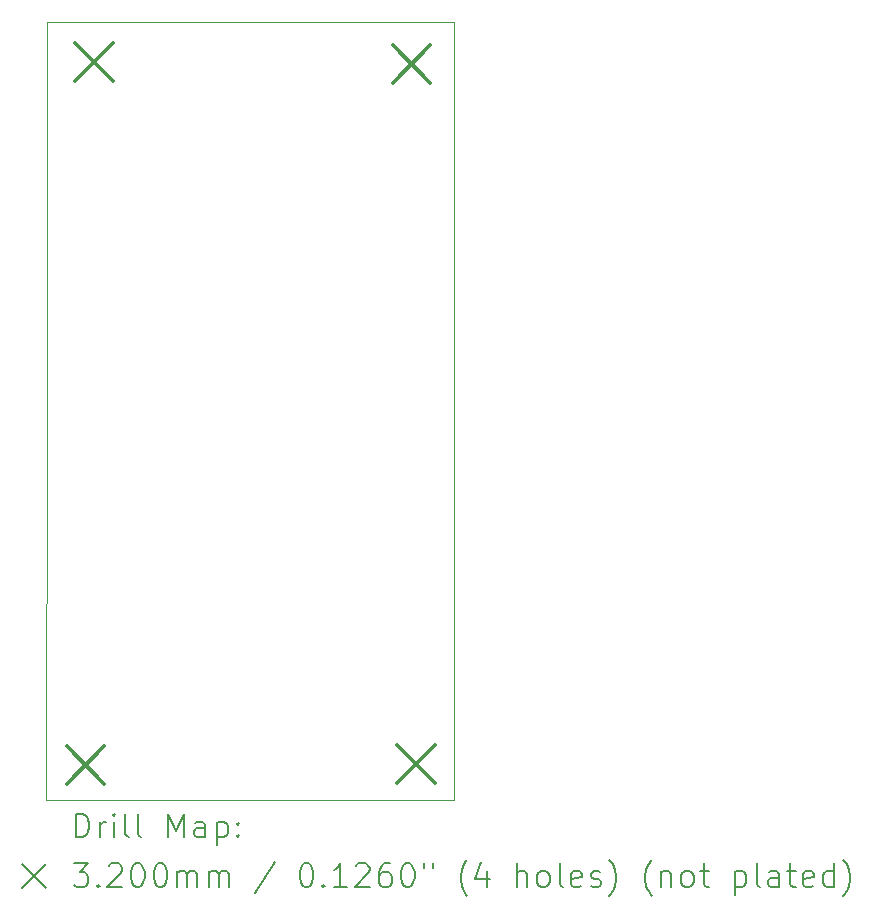
<source format=gbr>
%TF.GenerationSoftware,KiCad,Pcbnew,(6.0.9)*%
%TF.CreationDate,2022-11-23T00:56:36+01:00*%
%TF.ProjectId,Testapparaat_io,54657374-6170-4706-9172-6161745f696f,rev?*%
%TF.SameCoordinates,Original*%
%TF.FileFunction,Drillmap*%
%TF.FilePolarity,Positive*%
%FSLAX45Y45*%
G04 Gerber Fmt 4.5, Leading zero omitted, Abs format (unit mm)*
G04 Created by KiCad (PCBNEW (6.0.9)) date 2022-11-23 00:56:36*
%MOMM*%
%LPD*%
G01*
G04 APERTURE LIST*
%ADD10C,0.100000*%
%ADD11C,0.200000*%
%ADD12C,0.320000*%
G04 APERTURE END LIST*
D10*
X15550000Y-3070000D02*
X12100000Y-3070000D01*
X12100000Y-6350000D02*
X12095000Y-9655000D01*
X12095000Y-9655000D02*
X15545000Y-9655000D01*
X15545000Y-9655000D02*
X15550000Y-3070000D01*
X12100000Y-3070000D02*
X12100000Y-6350000D01*
D11*
D12*
X12267500Y-9197500D02*
X12587500Y-9517500D01*
X12587500Y-9197500D02*
X12267500Y-9517500D01*
X12340000Y-3248000D02*
X12660000Y-3568000D01*
X12660000Y-3248000D02*
X12340000Y-3568000D01*
X15027500Y-3260000D02*
X15347500Y-3580000D01*
X15347500Y-3260000D02*
X15027500Y-3580000D01*
X15065000Y-9190000D02*
X15385000Y-9510000D01*
X15385000Y-9190000D02*
X15065000Y-9510000D01*
D11*
X12347619Y-9970476D02*
X12347619Y-9770476D01*
X12395238Y-9770476D01*
X12423809Y-9780000D01*
X12442857Y-9799048D01*
X12452381Y-9818095D01*
X12461905Y-9856190D01*
X12461905Y-9884762D01*
X12452381Y-9922857D01*
X12442857Y-9941905D01*
X12423809Y-9960952D01*
X12395238Y-9970476D01*
X12347619Y-9970476D01*
X12547619Y-9970476D02*
X12547619Y-9837143D01*
X12547619Y-9875238D02*
X12557143Y-9856190D01*
X12566667Y-9846667D01*
X12585714Y-9837143D01*
X12604762Y-9837143D01*
X12671428Y-9970476D02*
X12671428Y-9837143D01*
X12671428Y-9770476D02*
X12661905Y-9780000D01*
X12671428Y-9789524D01*
X12680952Y-9780000D01*
X12671428Y-9770476D01*
X12671428Y-9789524D01*
X12795238Y-9970476D02*
X12776190Y-9960952D01*
X12766667Y-9941905D01*
X12766667Y-9770476D01*
X12900000Y-9970476D02*
X12880952Y-9960952D01*
X12871428Y-9941905D01*
X12871428Y-9770476D01*
X13128571Y-9970476D02*
X13128571Y-9770476D01*
X13195238Y-9913333D01*
X13261905Y-9770476D01*
X13261905Y-9970476D01*
X13442857Y-9970476D02*
X13442857Y-9865714D01*
X13433333Y-9846667D01*
X13414286Y-9837143D01*
X13376190Y-9837143D01*
X13357143Y-9846667D01*
X13442857Y-9960952D02*
X13423809Y-9970476D01*
X13376190Y-9970476D01*
X13357143Y-9960952D01*
X13347619Y-9941905D01*
X13347619Y-9922857D01*
X13357143Y-9903810D01*
X13376190Y-9894286D01*
X13423809Y-9894286D01*
X13442857Y-9884762D01*
X13538095Y-9837143D02*
X13538095Y-10037143D01*
X13538095Y-9846667D02*
X13557143Y-9837143D01*
X13595238Y-9837143D01*
X13614286Y-9846667D01*
X13623809Y-9856190D01*
X13633333Y-9875238D01*
X13633333Y-9932381D01*
X13623809Y-9951429D01*
X13614286Y-9960952D01*
X13595238Y-9970476D01*
X13557143Y-9970476D01*
X13538095Y-9960952D01*
X13719048Y-9951429D02*
X13728571Y-9960952D01*
X13719048Y-9970476D01*
X13709524Y-9960952D01*
X13719048Y-9951429D01*
X13719048Y-9970476D01*
X13719048Y-9846667D02*
X13728571Y-9856190D01*
X13719048Y-9865714D01*
X13709524Y-9856190D01*
X13719048Y-9846667D01*
X13719048Y-9865714D01*
X11890000Y-10200000D02*
X12090000Y-10400000D01*
X12090000Y-10200000D02*
X11890000Y-10400000D01*
X12328571Y-10190476D02*
X12452381Y-10190476D01*
X12385714Y-10266667D01*
X12414286Y-10266667D01*
X12433333Y-10276190D01*
X12442857Y-10285714D01*
X12452381Y-10304762D01*
X12452381Y-10352381D01*
X12442857Y-10371429D01*
X12433333Y-10380952D01*
X12414286Y-10390476D01*
X12357143Y-10390476D01*
X12338095Y-10380952D01*
X12328571Y-10371429D01*
X12538095Y-10371429D02*
X12547619Y-10380952D01*
X12538095Y-10390476D01*
X12528571Y-10380952D01*
X12538095Y-10371429D01*
X12538095Y-10390476D01*
X12623809Y-10209524D02*
X12633333Y-10200000D01*
X12652381Y-10190476D01*
X12700000Y-10190476D01*
X12719048Y-10200000D01*
X12728571Y-10209524D01*
X12738095Y-10228571D01*
X12738095Y-10247619D01*
X12728571Y-10276190D01*
X12614286Y-10390476D01*
X12738095Y-10390476D01*
X12861905Y-10190476D02*
X12880952Y-10190476D01*
X12900000Y-10200000D01*
X12909524Y-10209524D01*
X12919048Y-10228571D01*
X12928571Y-10266667D01*
X12928571Y-10314286D01*
X12919048Y-10352381D01*
X12909524Y-10371429D01*
X12900000Y-10380952D01*
X12880952Y-10390476D01*
X12861905Y-10390476D01*
X12842857Y-10380952D01*
X12833333Y-10371429D01*
X12823809Y-10352381D01*
X12814286Y-10314286D01*
X12814286Y-10266667D01*
X12823809Y-10228571D01*
X12833333Y-10209524D01*
X12842857Y-10200000D01*
X12861905Y-10190476D01*
X13052381Y-10190476D02*
X13071428Y-10190476D01*
X13090476Y-10200000D01*
X13100000Y-10209524D01*
X13109524Y-10228571D01*
X13119048Y-10266667D01*
X13119048Y-10314286D01*
X13109524Y-10352381D01*
X13100000Y-10371429D01*
X13090476Y-10380952D01*
X13071428Y-10390476D01*
X13052381Y-10390476D01*
X13033333Y-10380952D01*
X13023809Y-10371429D01*
X13014286Y-10352381D01*
X13004762Y-10314286D01*
X13004762Y-10266667D01*
X13014286Y-10228571D01*
X13023809Y-10209524D01*
X13033333Y-10200000D01*
X13052381Y-10190476D01*
X13204762Y-10390476D02*
X13204762Y-10257143D01*
X13204762Y-10276190D02*
X13214286Y-10266667D01*
X13233333Y-10257143D01*
X13261905Y-10257143D01*
X13280952Y-10266667D01*
X13290476Y-10285714D01*
X13290476Y-10390476D01*
X13290476Y-10285714D02*
X13300000Y-10266667D01*
X13319048Y-10257143D01*
X13347619Y-10257143D01*
X13366667Y-10266667D01*
X13376190Y-10285714D01*
X13376190Y-10390476D01*
X13471428Y-10390476D02*
X13471428Y-10257143D01*
X13471428Y-10276190D02*
X13480952Y-10266667D01*
X13500000Y-10257143D01*
X13528571Y-10257143D01*
X13547619Y-10266667D01*
X13557143Y-10285714D01*
X13557143Y-10390476D01*
X13557143Y-10285714D02*
X13566667Y-10266667D01*
X13585714Y-10257143D01*
X13614286Y-10257143D01*
X13633333Y-10266667D01*
X13642857Y-10285714D01*
X13642857Y-10390476D01*
X14033333Y-10180952D02*
X13861905Y-10438095D01*
X14290476Y-10190476D02*
X14309524Y-10190476D01*
X14328571Y-10200000D01*
X14338095Y-10209524D01*
X14347619Y-10228571D01*
X14357143Y-10266667D01*
X14357143Y-10314286D01*
X14347619Y-10352381D01*
X14338095Y-10371429D01*
X14328571Y-10380952D01*
X14309524Y-10390476D01*
X14290476Y-10390476D01*
X14271428Y-10380952D01*
X14261905Y-10371429D01*
X14252381Y-10352381D01*
X14242857Y-10314286D01*
X14242857Y-10266667D01*
X14252381Y-10228571D01*
X14261905Y-10209524D01*
X14271428Y-10200000D01*
X14290476Y-10190476D01*
X14442857Y-10371429D02*
X14452381Y-10380952D01*
X14442857Y-10390476D01*
X14433333Y-10380952D01*
X14442857Y-10371429D01*
X14442857Y-10390476D01*
X14642857Y-10390476D02*
X14528571Y-10390476D01*
X14585714Y-10390476D02*
X14585714Y-10190476D01*
X14566667Y-10219048D01*
X14547619Y-10238095D01*
X14528571Y-10247619D01*
X14719048Y-10209524D02*
X14728571Y-10200000D01*
X14747619Y-10190476D01*
X14795238Y-10190476D01*
X14814286Y-10200000D01*
X14823809Y-10209524D01*
X14833333Y-10228571D01*
X14833333Y-10247619D01*
X14823809Y-10276190D01*
X14709524Y-10390476D01*
X14833333Y-10390476D01*
X15004762Y-10190476D02*
X14966667Y-10190476D01*
X14947619Y-10200000D01*
X14938095Y-10209524D01*
X14919048Y-10238095D01*
X14909524Y-10276190D01*
X14909524Y-10352381D01*
X14919048Y-10371429D01*
X14928571Y-10380952D01*
X14947619Y-10390476D01*
X14985714Y-10390476D01*
X15004762Y-10380952D01*
X15014286Y-10371429D01*
X15023809Y-10352381D01*
X15023809Y-10304762D01*
X15014286Y-10285714D01*
X15004762Y-10276190D01*
X14985714Y-10266667D01*
X14947619Y-10266667D01*
X14928571Y-10276190D01*
X14919048Y-10285714D01*
X14909524Y-10304762D01*
X15147619Y-10190476D02*
X15166667Y-10190476D01*
X15185714Y-10200000D01*
X15195238Y-10209524D01*
X15204762Y-10228571D01*
X15214286Y-10266667D01*
X15214286Y-10314286D01*
X15204762Y-10352381D01*
X15195238Y-10371429D01*
X15185714Y-10380952D01*
X15166667Y-10390476D01*
X15147619Y-10390476D01*
X15128571Y-10380952D01*
X15119048Y-10371429D01*
X15109524Y-10352381D01*
X15100000Y-10314286D01*
X15100000Y-10266667D01*
X15109524Y-10228571D01*
X15119048Y-10209524D01*
X15128571Y-10200000D01*
X15147619Y-10190476D01*
X15290476Y-10190476D02*
X15290476Y-10228571D01*
X15366667Y-10190476D02*
X15366667Y-10228571D01*
X15661905Y-10466667D02*
X15652381Y-10457143D01*
X15633333Y-10428571D01*
X15623809Y-10409524D01*
X15614286Y-10380952D01*
X15604762Y-10333333D01*
X15604762Y-10295238D01*
X15614286Y-10247619D01*
X15623809Y-10219048D01*
X15633333Y-10200000D01*
X15652381Y-10171429D01*
X15661905Y-10161905D01*
X15823809Y-10257143D02*
X15823809Y-10390476D01*
X15776190Y-10180952D02*
X15728571Y-10323810D01*
X15852381Y-10323810D01*
X16080952Y-10390476D02*
X16080952Y-10190476D01*
X16166667Y-10390476D02*
X16166667Y-10285714D01*
X16157143Y-10266667D01*
X16138095Y-10257143D01*
X16109524Y-10257143D01*
X16090476Y-10266667D01*
X16080952Y-10276190D01*
X16290476Y-10390476D02*
X16271428Y-10380952D01*
X16261905Y-10371429D01*
X16252381Y-10352381D01*
X16252381Y-10295238D01*
X16261905Y-10276190D01*
X16271428Y-10266667D01*
X16290476Y-10257143D01*
X16319048Y-10257143D01*
X16338095Y-10266667D01*
X16347619Y-10276190D01*
X16357143Y-10295238D01*
X16357143Y-10352381D01*
X16347619Y-10371429D01*
X16338095Y-10380952D01*
X16319048Y-10390476D01*
X16290476Y-10390476D01*
X16471428Y-10390476D02*
X16452381Y-10380952D01*
X16442857Y-10361905D01*
X16442857Y-10190476D01*
X16623809Y-10380952D02*
X16604762Y-10390476D01*
X16566667Y-10390476D01*
X16547619Y-10380952D01*
X16538095Y-10361905D01*
X16538095Y-10285714D01*
X16547619Y-10266667D01*
X16566667Y-10257143D01*
X16604762Y-10257143D01*
X16623809Y-10266667D01*
X16633333Y-10285714D01*
X16633333Y-10304762D01*
X16538095Y-10323810D01*
X16709524Y-10380952D02*
X16728571Y-10390476D01*
X16766667Y-10390476D01*
X16785714Y-10380952D01*
X16795238Y-10361905D01*
X16795238Y-10352381D01*
X16785714Y-10333333D01*
X16766667Y-10323810D01*
X16738095Y-10323810D01*
X16719048Y-10314286D01*
X16709524Y-10295238D01*
X16709524Y-10285714D01*
X16719048Y-10266667D01*
X16738095Y-10257143D01*
X16766667Y-10257143D01*
X16785714Y-10266667D01*
X16861905Y-10466667D02*
X16871429Y-10457143D01*
X16890476Y-10428571D01*
X16900000Y-10409524D01*
X16909524Y-10380952D01*
X16919048Y-10333333D01*
X16919048Y-10295238D01*
X16909524Y-10247619D01*
X16900000Y-10219048D01*
X16890476Y-10200000D01*
X16871429Y-10171429D01*
X16861905Y-10161905D01*
X17223810Y-10466667D02*
X17214286Y-10457143D01*
X17195238Y-10428571D01*
X17185714Y-10409524D01*
X17176190Y-10380952D01*
X17166667Y-10333333D01*
X17166667Y-10295238D01*
X17176190Y-10247619D01*
X17185714Y-10219048D01*
X17195238Y-10200000D01*
X17214286Y-10171429D01*
X17223810Y-10161905D01*
X17300000Y-10257143D02*
X17300000Y-10390476D01*
X17300000Y-10276190D02*
X17309524Y-10266667D01*
X17328571Y-10257143D01*
X17357143Y-10257143D01*
X17376190Y-10266667D01*
X17385714Y-10285714D01*
X17385714Y-10390476D01*
X17509524Y-10390476D02*
X17490476Y-10380952D01*
X17480952Y-10371429D01*
X17471429Y-10352381D01*
X17471429Y-10295238D01*
X17480952Y-10276190D01*
X17490476Y-10266667D01*
X17509524Y-10257143D01*
X17538095Y-10257143D01*
X17557143Y-10266667D01*
X17566667Y-10276190D01*
X17576190Y-10295238D01*
X17576190Y-10352381D01*
X17566667Y-10371429D01*
X17557143Y-10380952D01*
X17538095Y-10390476D01*
X17509524Y-10390476D01*
X17633333Y-10257143D02*
X17709524Y-10257143D01*
X17661905Y-10190476D02*
X17661905Y-10361905D01*
X17671429Y-10380952D01*
X17690476Y-10390476D01*
X17709524Y-10390476D01*
X17928571Y-10257143D02*
X17928571Y-10457143D01*
X17928571Y-10266667D02*
X17947619Y-10257143D01*
X17985714Y-10257143D01*
X18004762Y-10266667D01*
X18014286Y-10276190D01*
X18023810Y-10295238D01*
X18023810Y-10352381D01*
X18014286Y-10371429D01*
X18004762Y-10380952D01*
X17985714Y-10390476D01*
X17947619Y-10390476D01*
X17928571Y-10380952D01*
X18138095Y-10390476D02*
X18119048Y-10380952D01*
X18109524Y-10361905D01*
X18109524Y-10190476D01*
X18300000Y-10390476D02*
X18300000Y-10285714D01*
X18290476Y-10266667D01*
X18271429Y-10257143D01*
X18233333Y-10257143D01*
X18214286Y-10266667D01*
X18300000Y-10380952D02*
X18280952Y-10390476D01*
X18233333Y-10390476D01*
X18214286Y-10380952D01*
X18204762Y-10361905D01*
X18204762Y-10342857D01*
X18214286Y-10323810D01*
X18233333Y-10314286D01*
X18280952Y-10314286D01*
X18300000Y-10304762D01*
X18366667Y-10257143D02*
X18442857Y-10257143D01*
X18395238Y-10190476D02*
X18395238Y-10361905D01*
X18404762Y-10380952D01*
X18423810Y-10390476D01*
X18442857Y-10390476D01*
X18585714Y-10380952D02*
X18566667Y-10390476D01*
X18528571Y-10390476D01*
X18509524Y-10380952D01*
X18500000Y-10361905D01*
X18500000Y-10285714D01*
X18509524Y-10266667D01*
X18528571Y-10257143D01*
X18566667Y-10257143D01*
X18585714Y-10266667D01*
X18595238Y-10285714D01*
X18595238Y-10304762D01*
X18500000Y-10323810D01*
X18766667Y-10390476D02*
X18766667Y-10190476D01*
X18766667Y-10380952D02*
X18747619Y-10390476D01*
X18709524Y-10390476D01*
X18690476Y-10380952D01*
X18680952Y-10371429D01*
X18671429Y-10352381D01*
X18671429Y-10295238D01*
X18680952Y-10276190D01*
X18690476Y-10266667D01*
X18709524Y-10257143D01*
X18747619Y-10257143D01*
X18766667Y-10266667D01*
X18842857Y-10466667D02*
X18852381Y-10457143D01*
X18871429Y-10428571D01*
X18880952Y-10409524D01*
X18890476Y-10380952D01*
X18900000Y-10333333D01*
X18900000Y-10295238D01*
X18890476Y-10247619D01*
X18880952Y-10219048D01*
X18871429Y-10200000D01*
X18852381Y-10171429D01*
X18842857Y-10161905D01*
M02*

</source>
